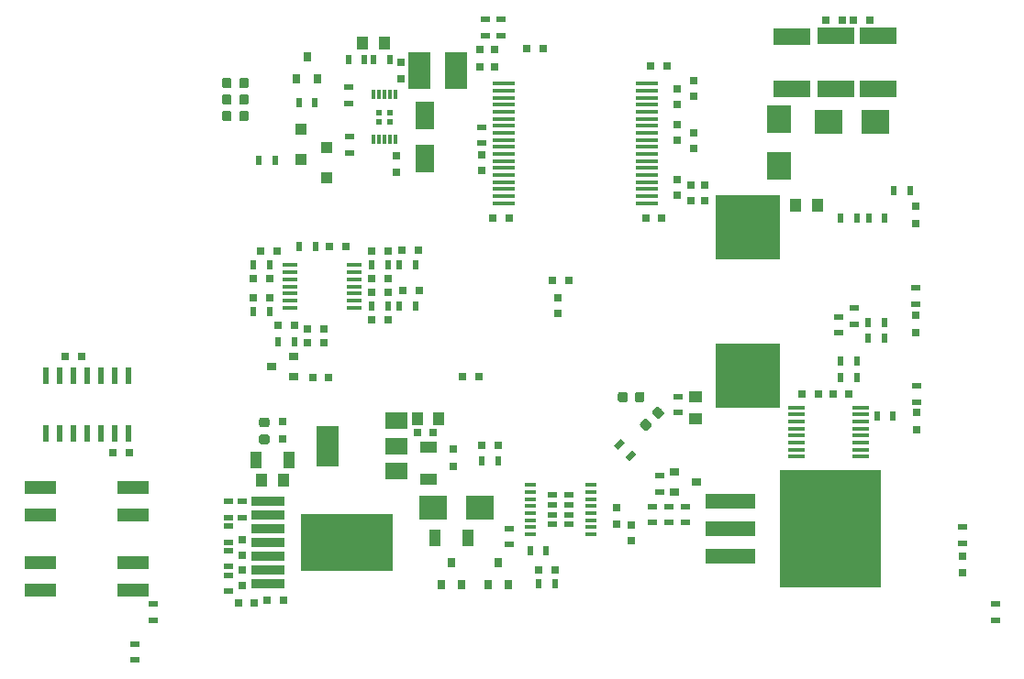
<source format=gtp>
G04 #@! TF.GenerationSoftware,KiCad,Pcbnew,5.0.0-4.fc29*
G04 #@! TF.CreationDate,2019-01-05T16:59:36+01:00*
G04 #@! TF.ProjectId,powerboard,706F776572626F6172642E6B69636164,rev11*
G04 #@! TF.SameCoordinates,Original*
G04 #@! TF.FileFunction,Paste,Top*
G04 #@! TF.FilePolarity,Positive*
%FSLAX46Y46*%
G04 Gerber Fmt 4.6, Leading zero omitted, Abs format (unit mm)*
G04 Created by KiCad (PCBNEW 5.0.0-4.fc29) date Sat Jan  5 16:59:36 2019*
%MOMM*%
%LPD*%
G01*
G04 APERTURE LIST*
%ADD10C,0.100000*%
%ADD11C,0.875000*%
%ADD12R,1.000000X1.250000*%
%ADD13R,0.800000X0.750000*%
%ADD14R,0.750000X0.800000*%
%ADD15R,0.800000X0.800000*%
%ADD16R,0.800000X0.900000*%
%ADD17R,3.500000X1.600000*%
%ADD18R,4.600000X1.390000*%
%ADD19R,9.400000X10.800000*%
%ADD20R,0.900000X0.800000*%
%ADD21R,0.900000X0.500000*%
%ADD22C,0.500000*%
%ADD23R,0.500000X0.900000*%
%ADD24R,3.060000X0.890000*%
%ADD25R,8.540000X5.350000*%
%ADD26R,2.000000X0.450000*%
%ADD27R,1.050000X0.450000*%
%ADD28R,0.882000X0.537000*%
%ADD29R,0.600000X1.500000*%
%ADD30R,0.305000X0.890000*%
%ADD31R,0.564000X0.504000*%
%ADD32R,1.450000X0.450000*%
%ADD33R,1.250000X1.000000*%
%ADD34R,6.000000X6.000000*%
%ADD35R,2.000000X3.400000*%
%ADD36R,2.000000X3.800000*%
%ADD37R,2.000000X1.500000*%
%ADD38R,3.000000X1.200000*%
%ADD39R,1.000000X1.600000*%
%ADD40R,1.600000X1.000000*%
%ADD41R,2.500000X2.300000*%
%ADD42R,2.300000X2.500000*%
%ADD43R,1.500000X0.450000*%
%ADD44R,1.800000X2.500000*%
%ADD45R,1.100000X1.100000*%
G04 APERTURE END LIST*
D10*
G04 #@! TO.C,C124*
G36*
X68794691Y-36483053D02*
X68815926Y-36486203D01*
X68836750Y-36491419D01*
X68856962Y-36498651D01*
X68876368Y-36507830D01*
X68894781Y-36518866D01*
X68912024Y-36531654D01*
X68927930Y-36546070D01*
X68942346Y-36561976D01*
X68955134Y-36579219D01*
X68966170Y-36597632D01*
X68975349Y-36617038D01*
X68982581Y-36637250D01*
X68987797Y-36658074D01*
X68990947Y-36679309D01*
X68992000Y-36700750D01*
X68992000Y-37213250D01*
X68990947Y-37234691D01*
X68987797Y-37255926D01*
X68982581Y-37276750D01*
X68975349Y-37296962D01*
X68966170Y-37316368D01*
X68955134Y-37334781D01*
X68942346Y-37352024D01*
X68927930Y-37367930D01*
X68912024Y-37382346D01*
X68894781Y-37395134D01*
X68876368Y-37406170D01*
X68856962Y-37415349D01*
X68836750Y-37422581D01*
X68815926Y-37427797D01*
X68794691Y-37430947D01*
X68773250Y-37432000D01*
X68335750Y-37432000D01*
X68314309Y-37430947D01*
X68293074Y-37427797D01*
X68272250Y-37422581D01*
X68252038Y-37415349D01*
X68232632Y-37406170D01*
X68214219Y-37395134D01*
X68196976Y-37382346D01*
X68181070Y-37367930D01*
X68166654Y-37352024D01*
X68153866Y-37334781D01*
X68142830Y-37316368D01*
X68133651Y-37296962D01*
X68126419Y-37276750D01*
X68121203Y-37255926D01*
X68118053Y-37234691D01*
X68117000Y-37213250D01*
X68117000Y-36700750D01*
X68118053Y-36679309D01*
X68121203Y-36658074D01*
X68126419Y-36637250D01*
X68133651Y-36617038D01*
X68142830Y-36597632D01*
X68153866Y-36579219D01*
X68166654Y-36561976D01*
X68181070Y-36546070D01*
X68196976Y-36531654D01*
X68214219Y-36518866D01*
X68232632Y-36507830D01*
X68252038Y-36498651D01*
X68272250Y-36491419D01*
X68293074Y-36486203D01*
X68314309Y-36483053D01*
X68335750Y-36482000D01*
X68773250Y-36482000D01*
X68794691Y-36483053D01*
X68794691Y-36483053D01*
G37*
D11*
X68554500Y-36957000D03*
D10*
G36*
X70369691Y-36483053D02*
X70390926Y-36486203D01*
X70411750Y-36491419D01*
X70431962Y-36498651D01*
X70451368Y-36507830D01*
X70469781Y-36518866D01*
X70487024Y-36531654D01*
X70502930Y-36546070D01*
X70517346Y-36561976D01*
X70530134Y-36579219D01*
X70541170Y-36597632D01*
X70550349Y-36617038D01*
X70557581Y-36637250D01*
X70562797Y-36658074D01*
X70565947Y-36679309D01*
X70567000Y-36700750D01*
X70567000Y-37213250D01*
X70565947Y-37234691D01*
X70562797Y-37255926D01*
X70557581Y-37276750D01*
X70550349Y-37296962D01*
X70541170Y-37316368D01*
X70530134Y-37334781D01*
X70517346Y-37352024D01*
X70502930Y-37367930D01*
X70487024Y-37382346D01*
X70469781Y-37395134D01*
X70451368Y-37406170D01*
X70431962Y-37415349D01*
X70411750Y-37422581D01*
X70390926Y-37427797D01*
X70369691Y-37430947D01*
X70348250Y-37432000D01*
X69910750Y-37432000D01*
X69889309Y-37430947D01*
X69868074Y-37427797D01*
X69847250Y-37422581D01*
X69827038Y-37415349D01*
X69807632Y-37406170D01*
X69789219Y-37395134D01*
X69771976Y-37382346D01*
X69756070Y-37367930D01*
X69741654Y-37352024D01*
X69728866Y-37334781D01*
X69717830Y-37316368D01*
X69708651Y-37296962D01*
X69701419Y-37276750D01*
X69696203Y-37255926D01*
X69693053Y-37234691D01*
X69692000Y-37213250D01*
X69692000Y-36700750D01*
X69693053Y-36679309D01*
X69696203Y-36658074D01*
X69701419Y-36637250D01*
X69708651Y-36617038D01*
X69717830Y-36597632D01*
X69728866Y-36579219D01*
X69741654Y-36561976D01*
X69756070Y-36546070D01*
X69771976Y-36531654D01*
X69789219Y-36518866D01*
X69807632Y-36507830D01*
X69827038Y-36498651D01*
X69847250Y-36491419D01*
X69868074Y-36486203D01*
X69889309Y-36483053D01*
X69910750Y-36482000D01*
X70348250Y-36482000D01*
X70369691Y-36483053D01*
X70369691Y-36483053D01*
G37*
D11*
X70129500Y-36957000D03*
G04 #@! TD*
D10*
G04 #@! TO.C,C123*
G36*
X70369691Y-38007053D02*
X70390926Y-38010203D01*
X70411750Y-38015419D01*
X70431962Y-38022651D01*
X70451368Y-38031830D01*
X70469781Y-38042866D01*
X70487024Y-38055654D01*
X70502930Y-38070070D01*
X70517346Y-38085976D01*
X70530134Y-38103219D01*
X70541170Y-38121632D01*
X70550349Y-38141038D01*
X70557581Y-38161250D01*
X70562797Y-38182074D01*
X70565947Y-38203309D01*
X70567000Y-38224750D01*
X70567000Y-38737250D01*
X70565947Y-38758691D01*
X70562797Y-38779926D01*
X70557581Y-38800750D01*
X70550349Y-38820962D01*
X70541170Y-38840368D01*
X70530134Y-38858781D01*
X70517346Y-38876024D01*
X70502930Y-38891930D01*
X70487024Y-38906346D01*
X70469781Y-38919134D01*
X70451368Y-38930170D01*
X70431962Y-38939349D01*
X70411750Y-38946581D01*
X70390926Y-38951797D01*
X70369691Y-38954947D01*
X70348250Y-38956000D01*
X69910750Y-38956000D01*
X69889309Y-38954947D01*
X69868074Y-38951797D01*
X69847250Y-38946581D01*
X69827038Y-38939349D01*
X69807632Y-38930170D01*
X69789219Y-38919134D01*
X69771976Y-38906346D01*
X69756070Y-38891930D01*
X69741654Y-38876024D01*
X69728866Y-38858781D01*
X69717830Y-38840368D01*
X69708651Y-38820962D01*
X69701419Y-38800750D01*
X69696203Y-38779926D01*
X69693053Y-38758691D01*
X69692000Y-38737250D01*
X69692000Y-38224750D01*
X69693053Y-38203309D01*
X69696203Y-38182074D01*
X69701419Y-38161250D01*
X69708651Y-38141038D01*
X69717830Y-38121632D01*
X69728866Y-38103219D01*
X69741654Y-38085976D01*
X69756070Y-38070070D01*
X69771976Y-38055654D01*
X69789219Y-38042866D01*
X69807632Y-38031830D01*
X69827038Y-38022651D01*
X69847250Y-38015419D01*
X69868074Y-38010203D01*
X69889309Y-38007053D01*
X69910750Y-38006000D01*
X70348250Y-38006000D01*
X70369691Y-38007053D01*
X70369691Y-38007053D01*
G37*
D11*
X70129500Y-38481000D03*
D10*
G36*
X68794691Y-38007053D02*
X68815926Y-38010203D01*
X68836750Y-38015419D01*
X68856962Y-38022651D01*
X68876368Y-38031830D01*
X68894781Y-38042866D01*
X68912024Y-38055654D01*
X68927930Y-38070070D01*
X68942346Y-38085976D01*
X68955134Y-38103219D01*
X68966170Y-38121632D01*
X68975349Y-38141038D01*
X68982581Y-38161250D01*
X68987797Y-38182074D01*
X68990947Y-38203309D01*
X68992000Y-38224750D01*
X68992000Y-38737250D01*
X68990947Y-38758691D01*
X68987797Y-38779926D01*
X68982581Y-38800750D01*
X68975349Y-38820962D01*
X68966170Y-38840368D01*
X68955134Y-38858781D01*
X68942346Y-38876024D01*
X68927930Y-38891930D01*
X68912024Y-38906346D01*
X68894781Y-38919134D01*
X68876368Y-38930170D01*
X68856962Y-38939349D01*
X68836750Y-38946581D01*
X68815926Y-38951797D01*
X68794691Y-38954947D01*
X68773250Y-38956000D01*
X68335750Y-38956000D01*
X68314309Y-38954947D01*
X68293074Y-38951797D01*
X68272250Y-38946581D01*
X68252038Y-38939349D01*
X68232632Y-38930170D01*
X68214219Y-38919134D01*
X68196976Y-38906346D01*
X68181070Y-38891930D01*
X68166654Y-38876024D01*
X68153866Y-38858781D01*
X68142830Y-38840368D01*
X68133651Y-38820962D01*
X68126419Y-38800750D01*
X68121203Y-38779926D01*
X68118053Y-38758691D01*
X68117000Y-38737250D01*
X68117000Y-38224750D01*
X68118053Y-38203309D01*
X68121203Y-38182074D01*
X68126419Y-38161250D01*
X68133651Y-38141038D01*
X68142830Y-38121632D01*
X68153866Y-38103219D01*
X68166654Y-38085976D01*
X68181070Y-38070070D01*
X68196976Y-38055654D01*
X68214219Y-38042866D01*
X68232632Y-38031830D01*
X68252038Y-38022651D01*
X68272250Y-38015419D01*
X68293074Y-38010203D01*
X68314309Y-38007053D01*
X68335750Y-38006000D01*
X68773250Y-38006000D01*
X68794691Y-38007053D01*
X68794691Y-38007053D01*
G37*
D11*
X68554500Y-38481000D03*
G04 #@! TD*
D10*
G04 #@! TO.C,C122*
G36*
X68794691Y-39531053D02*
X68815926Y-39534203D01*
X68836750Y-39539419D01*
X68856962Y-39546651D01*
X68876368Y-39555830D01*
X68894781Y-39566866D01*
X68912024Y-39579654D01*
X68927930Y-39594070D01*
X68942346Y-39609976D01*
X68955134Y-39627219D01*
X68966170Y-39645632D01*
X68975349Y-39665038D01*
X68982581Y-39685250D01*
X68987797Y-39706074D01*
X68990947Y-39727309D01*
X68992000Y-39748750D01*
X68992000Y-40261250D01*
X68990947Y-40282691D01*
X68987797Y-40303926D01*
X68982581Y-40324750D01*
X68975349Y-40344962D01*
X68966170Y-40364368D01*
X68955134Y-40382781D01*
X68942346Y-40400024D01*
X68927930Y-40415930D01*
X68912024Y-40430346D01*
X68894781Y-40443134D01*
X68876368Y-40454170D01*
X68856962Y-40463349D01*
X68836750Y-40470581D01*
X68815926Y-40475797D01*
X68794691Y-40478947D01*
X68773250Y-40480000D01*
X68335750Y-40480000D01*
X68314309Y-40478947D01*
X68293074Y-40475797D01*
X68272250Y-40470581D01*
X68252038Y-40463349D01*
X68232632Y-40454170D01*
X68214219Y-40443134D01*
X68196976Y-40430346D01*
X68181070Y-40415930D01*
X68166654Y-40400024D01*
X68153866Y-40382781D01*
X68142830Y-40364368D01*
X68133651Y-40344962D01*
X68126419Y-40324750D01*
X68121203Y-40303926D01*
X68118053Y-40282691D01*
X68117000Y-40261250D01*
X68117000Y-39748750D01*
X68118053Y-39727309D01*
X68121203Y-39706074D01*
X68126419Y-39685250D01*
X68133651Y-39665038D01*
X68142830Y-39645632D01*
X68153866Y-39627219D01*
X68166654Y-39609976D01*
X68181070Y-39594070D01*
X68196976Y-39579654D01*
X68214219Y-39566866D01*
X68232632Y-39555830D01*
X68252038Y-39546651D01*
X68272250Y-39539419D01*
X68293074Y-39534203D01*
X68314309Y-39531053D01*
X68335750Y-39530000D01*
X68773250Y-39530000D01*
X68794691Y-39531053D01*
X68794691Y-39531053D01*
G37*
D11*
X68554500Y-40005000D03*
D10*
G36*
X70369691Y-39531053D02*
X70390926Y-39534203D01*
X70411750Y-39539419D01*
X70431962Y-39546651D01*
X70451368Y-39555830D01*
X70469781Y-39566866D01*
X70487024Y-39579654D01*
X70502930Y-39594070D01*
X70517346Y-39609976D01*
X70530134Y-39627219D01*
X70541170Y-39645632D01*
X70550349Y-39665038D01*
X70557581Y-39685250D01*
X70562797Y-39706074D01*
X70565947Y-39727309D01*
X70567000Y-39748750D01*
X70567000Y-40261250D01*
X70565947Y-40282691D01*
X70562797Y-40303926D01*
X70557581Y-40324750D01*
X70550349Y-40344962D01*
X70541170Y-40364368D01*
X70530134Y-40382781D01*
X70517346Y-40400024D01*
X70502930Y-40415930D01*
X70487024Y-40430346D01*
X70469781Y-40443134D01*
X70451368Y-40454170D01*
X70431962Y-40463349D01*
X70411750Y-40470581D01*
X70390926Y-40475797D01*
X70369691Y-40478947D01*
X70348250Y-40480000D01*
X69910750Y-40480000D01*
X69889309Y-40478947D01*
X69868074Y-40475797D01*
X69847250Y-40470581D01*
X69827038Y-40463349D01*
X69807632Y-40454170D01*
X69789219Y-40443134D01*
X69771976Y-40430346D01*
X69756070Y-40415930D01*
X69741654Y-40400024D01*
X69728866Y-40382781D01*
X69717830Y-40364368D01*
X69708651Y-40344962D01*
X69701419Y-40324750D01*
X69696203Y-40303926D01*
X69693053Y-40282691D01*
X69692000Y-40261250D01*
X69692000Y-39748750D01*
X69693053Y-39727309D01*
X69696203Y-39706074D01*
X69701419Y-39685250D01*
X69708651Y-39665038D01*
X69717830Y-39645632D01*
X69728866Y-39627219D01*
X69741654Y-39609976D01*
X69756070Y-39594070D01*
X69771976Y-39579654D01*
X69789219Y-39566866D01*
X69807632Y-39555830D01*
X69827038Y-39546651D01*
X69847250Y-39539419D01*
X69868074Y-39534203D01*
X69889309Y-39531053D01*
X69910750Y-39530000D01*
X70348250Y-39530000D01*
X70369691Y-39531053D01*
X70369691Y-39531053D01*
G37*
D11*
X70129500Y-40005000D03*
G04 #@! TD*
D10*
G04 #@! TO.C,R123*
G36*
X105319191Y-65502553D02*
X105340426Y-65505703D01*
X105361250Y-65510919D01*
X105381462Y-65518151D01*
X105400868Y-65527330D01*
X105419281Y-65538366D01*
X105436524Y-65551154D01*
X105452430Y-65565570D01*
X105466846Y-65581476D01*
X105479634Y-65598719D01*
X105490670Y-65617132D01*
X105499849Y-65636538D01*
X105507081Y-65656750D01*
X105512297Y-65677574D01*
X105515447Y-65698809D01*
X105516500Y-65720250D01*
X105516500Y-66232750D01*
X105515447Y-66254191D01*
X105512297Y-66275426D01*
X105507081Y-66296250D01*
X105499849Y-66316462D01*
X105490670Y-66335868D01*
X105479634Y-66354281D01*
X105466846Y-66371524D01*
X105452430Y-66387430D01*
X105436524Y-66401846D01*
X105419281Y-66414634D01*
X105400868Y-66425670D01*
X105381462Y-66434849D01*
X105361250Y-66442081D01*
X105340426Y-66447297D01*
X105319191Y-66450447D01*
X105297750Y-66451500D01*
X104860250Y-66451500D01*
X104838809Y-66450447D01*
X104817574Y-66447297D01*
X104796750Y-66442081D01*
X104776538Y-66434849D01*
X104757132Y-66425670D01*
X104738719Y-66414634D01*
X104721476Y-66401846D01*
X104705570Y-66387430D01*
X104691154Y-66371524D01*
X104678366Y-66354281D01*
X104667330Y-66335868D01*
X104658151Y-66316462D01*
X104650919Y-66296250D01*
X104645703Y-66275426D01*
X104642553Y-66254191D01*
X104641500Y-66232750D01*
X104641500Y-65720250D01*
X104642553Y-65698809D01*
X104645703Y-65677574D01*
X104650919Y-65656750D01*
X104658151Y-65636538D01*
X104667330Y-65617132D01*
X104678366Y-65598719D01*
X104691154Y-65581476D01*
X104705570Y-65565570D01*
X104721476Y-65551154D01*
X104738719Y-65538366D01*
X104757132Y-65527330D01*
X104776538Y-65518151D01*
X104796750Y-65510919D01*
X104817574Y-65505703D01*
X104838809Y-65502553D01*
X104860250Y-65501500D01*
X105297750Y-65501500D01*
X105319191Y-65502553D01*
X105319191Y-65502553D01*
G37*
D11*
X105079000Y-65976500D03*
D10*
G36*
X106894191Y-65502553D02*
X106915426Y-65505703D01*
X106936250Y-65510919D01*
X106956462Y-65518151D01*
X106975868Y-65527330D01*
X106994281Y-65538366D01*
X107011524Y-65551154D01*
X107027430Y-65565570D01*
X107041846Y-65581476D01*
X107054634Y-65598719D01*
X107065670Y-65617132D01*
X107074849Y-65636538D01*
X107082081Y-65656750D01*
X107087297Y-65677574D01*
X107090447Y-65698809D01*
X107091500Y-65720250D01*
X107091500Y-66232750D01*
X107090447Y-66254191D01*
X107087297Y-66275426D01*
X107082081Y-66296250D01*
X107074849Y-66316462D01*
X107065670Y-66335868D01*
X107054634Y-66354281D01*
X107041846Y-66371524D01*
X107027430Y-66387430D01*
X107011524Y-66401846D01*
X106994281Y-66414634D01*
X106975868Y-66425670D01*
X106956462Y-66434849D01*
X106936250Y-66442081D01*
X106915426Y-66447297D01*
X106894191Y-66450447D01*
X106872750Y-66451500D01*
X106435250Y-66451500D01*
X106413809Y-66450447D01*
X106392574Y-66447297D01*
X106371750Y-66442081D01*
X106351538Y-66434849D01*
X106332132Y-66425670D01*
X106313719Y-66414634D01*
X106296476Y-66401846D01*
X106280570Y-66387430D01*
X106266154Y-66371524D01*
X106253366Y-66354281D01*
X106242330Y-66335868D01*
X106233151Y-66316462D01*
X106225919Y-66296250D01*
X106220703Y-66275426D01*
X106217553Y-66254191D01*
X106216500Y-66232750D01*
X106216500Y-65720250D01*
X106217553Y-65698809D01*
X106220703Y-65677574D01*
X106225919Y-65656750D01*
X106233151Y-65636538D01*
X106242330Y-65617132D01*
X106253366Y-65598719D01*
X106266154Y-65581476D01*
X106280570Y-65565570D01*
X106296476Y-65551154D01*
X106313719Y-65538366D01*
X106332132Y-65527330D01*
X106351538Y-65518151D01*
X106371750Y-65510919D01*
X106392574Y-65505703D01*
X106413809Y-65502553D01*
X106435250Y-65501500D01*
X106872750Y-65501500D01*
X106894191Y-65502553D01*
X106894191Y-65502553D01*
G37*
D11*
X106654000Y-65976500D03*
G04 #@! TD*
D10*
G04 #@! TO.C,R125*
G36*
X72286691Y-67876053D02*
X72307926Y-67879203D01*
X72328750Y-67884419D01*
X72348962Y-67891651D01*
X72368368Y-67900830D01*
X72386781Y-67911866D01*
X72404024Y-67924654D01*
X72419930Y-67939070D01*
X72434346Y-67954976D01*
X72447134Y-67972219D01*
X72458170Y-67990632D01*
X72467349Y-68010038D01*
X72474581Y-68030250D01*
X72479797Y-68051074D01*
X72482947Y-68072309D01*
X72484000Y-68093750D01*
X72484000Y-68531250D01*
X72482947Y-68552691D01*
X72479797Y-68573926D01*
X72474581Y-68594750D01*
X72467349Y-68614962D01*
X72458170Y-68634368D01*
X72447134Y-68652781D01*
X72434346Y-68670024D01*
X72419930Y-68685930D01*
X72404024Y-68700346D01*
X72386781Y-68713134D01*
X72368368Y-68724170D01*
X72348962Y-68733349D01*
X72328750Y-68740581D01*
X72307926Y-68745797D01*
X72286691Y-68748947D01*
X72265250Y-68750000D01*
X71752750Y-68750000D01*
X71731309Y-68748947D01*
X71710074Y-68745797D01*
X71689250Y-68740581D01*
X71669038Y-68733349D01*
X71649632Y-68724170D01*
X71631219Y-68713134D01*
X71613976Y-68700346D01*
X71598070Y-68685930D01*
X71583654Y-68670024D01*
X71570866Y-68652781D01*
X71559830Y-68634368D01*
X71550651Y-68614962D01*
X71543419Y-68594750D01*
X71538203Y-68573926D01*
X71535053Y-68552691D01*
X71534000Y-68531250D01*
X71534000Y-68093750D01*
X71535053Y-68072309D01*
X71538203Y-68051074D01*
X71543419Y-68030250D01*
X71550651Y-68010038D01*
X71559830Y-67990632D01*
X71570866Y-67972219D01*
X71583654Y-67954976D01*
X71598070Y-67939070D01*
X71613976Y-67924654D01*
X71631219Y-67911866D01*
X71649632Y-67900830D01*
X71669038Y-67891651D01*
X71689250Y-67884419D01*
X71710074Y-67879203D01*
X71731309Y-67876053D01*
X71752750Y-67875000D01*
X72265250Y-67875000D01*
X72286691Y-67876053D01*
X72286691Y-67876053D01*
G37*
D11*
X72009000Y-68312500D03*
D10*
G36*
X72286691Y-69451053D02*
X72307926Y-69454203D01*
X72328750Y-69459419D01*
X72348962Y-69466651D01*
X72368368Y-69475830D01*
X72386781Y-69486866D01*
X72404024Y-69499654D01*
X72419930Y-69514070D01*
X72434346Y-69529976D01*
X72447134Y-69547219D01*
X72458170Y-69565632D01*
X72467349Y-69585038D01*
X72474581Y-69605250D01*
X72479797Y-69626074D01*
X72482947Y-69647309D01*
X72484000Y-69668750D01*
X72484000Y-70106250D01*
X72482947Y-70127691D01*
X72479797Y-70148926D01*
X72474581Y-70169750D01*
X72467349Y-70189962D01*
X72458170Y-70209368D01*
X72447134Y-70227781D01*
X72434346Y-70245024D01*
X72419930Y-70260930D01*
X72404024Y-70275346D01*
X72386781Y-70288134D01*
X72368368Y-70299170D01*
X72348962Y-70308349D01*
X72328750Y-70315581D01*
X72307926Y-70320797D01*
X72286691Y-70323947D01*
X72265250Y-70325000D01*
X71752750Y-70325000D01*
X71731309Y-70323947D01*
X71710074Y-70320797D01*
X71689250Y-70315581D01*
X71669038Y-70308349D01*
X71649632Y-70299170D01*
X71631219Y-70288134D01*
X71613976Y-70275346D01*
X71598070Y-70260930D01*
X71583654Y-70245024D01*
X71570866Y-70227781D01*
X71559830Y-70209368D01*
X71550651Y-70189962D01*
X71543419Y-70169750D01*
X71538203Y-70148926D01*
X71535053Y-70127691D01*
X71534000Y-70106250D01*
X71534000Y-69668750D01*
X71535053Y-69647309D01*
X71538203Y-69626074D01*
X71543419Y-69605250D01*
X71550651Y-69585038D01*
X71559830Y-69565632D01*
X71570866Y-69547219D01*
X71583654Y-69529976D01*
X71598070Y-69514070D01*
X71613976Y-69499654D01*
X71631219Y-69486866D01*
X71649632Y-69475830D01*
X71669038Y-69466651D01*
X71689250Y-69459419D01*
X71710074Y-69454203D01*
X71731309Y-69451053D01*
X71752750Y-69450000D01*
X72265250Y-69450000D01*
X72286691Y-69451053D01*
X72286691Y-69451053D01*
G37*
D11*
X72009000Y-69887500D03*
G04 #@! TD*
D10*
G04 #@! TO.C,R124*
G36*
X107219907Y-67989444D02*
X107241142Y-67992594D01*
X107261966Y-67997810D01*
X107282178Y-68005042D01*
X107301584Y-68014221D01*
X107319997Y-68025257D01*
X107337240Y-68038045D01*
X107353146Y-68052461D01*
X107715539Y-68414854D01*
X107729955Y-68430760D01*
X107742743Y-68448003D01*
X107753779Y-68466416D01*
X107762958Y-68485822D01*
X107770190Y-68506034D01*
X107775406Y-68526858D01*
X107778556Y-68548093D01*
X107779609Y-68569534D01*
X107778556Y-68590975D01*
X107775406Y-68612210D01*
X107770190Y-68633034D01*
X107762958Y-68653246D01*
X107753779Y-68672652D01*
X107742743Y-68691065D01*
X107729955Y-68708308D01*
X107715539Y-68724214D01*
X107406180Y-69033573D01*
X107390274Y-69047989D01*
X107373031Y-69060777D01*
X107354618Y-69071813D01*
X107335212Y-69080992D01*
X107315000Y-69088224D01*
X107294176Y-69093440D01*
X107272941Y-69096590D01*
X107251500Y-69097643D01*
X107230059Y-69096590D01*
X107208824Y-69093440D01*
X107188000Y-69088224D01*
X107167788Y-69080992D01*
X107148382Y-69071813D01*
X107129969Y-69060777D01*
X107112726Y-69047989D01*
X107096820Y-69033573D01*
X106734427Y-68671180D01*
X106720011Y-68655274D01*
X106707223Y-68638031D01*
X106696187Y-68619618D01*
X106687008Y-68600212D01*
X106679776Y-68580000D01*
X106674560Y-68559176D01*
X106671410Y-68537941D01*
X106670357Y-68516500D01*
X106671410Y-68495059D01*
X106674560Y-68473824D01*
X106679776Y-68453000D01*
X106687008Y-68432788D01*
X106696187Y-68413382D01*
X106707223Y-68394969D01*
X106720011Y-68377726D01*
X106734427Y-68361820D01*
X107043786Y-68052461D01*
X107059692Y-68038045D01*
X107076935Y-68025257D01*
X107095348Y-68014221D01*
X107114754Y-68005042D01*
X107134966Y-67997810D01*
X107155790Y-67992594D01*
X107177025Y-67989444D01*
X107198466Y-67988391D01*
X107219907Y-67989444D01*
X107219907Y-67989444D01*
G37*
D11*
X107224983Y-68543017D03*
D10*
G36*
X108333601Y-66875750D02*
X108354836Y-66878900D01*
X108375660Y-66884116D01*
X108395872Y-66891348D01*
X108415278Y-66900527D01*
X108433691Y-66911563D01*
X108450934Y-66924351D01*
X108466840Y-66938767D01*
X108829233Y-67301160D01*
X108843649Y-67317066D01*
X108856437Y-67334309D01*
X108867473Y-67352722D01*
X108876652Y-67372128D01*
X108883884Y-67392340D01*
X108889100Y-67413164D01*
X108892250Y-67434399D01*
X108893303Y-67455840D01*
X108892250Y-67477281D01*
X108889100Y-67498516D01*
X108883884Y-67519340D01*
X108876652Y-67539552D01*
X108867473Y-67558958D01*
X108856437Y-67577371D01*
X108843649Y-67594614D01*
X108829233Y-67610520D01*
X108519874Y-67919879D01*
X108503968Y-67934295D01*
X108486725Y-67947083D01*
X108468312Y-67958119D01*
X108448906Y-67967298D01*
X108428694Y-67974530D01*
X108407870Y-67979746D01*
X108386635Y-67982896D01*
X108365194Y-67983949D01*
X108343753Y-67982896D01*
X108322518Y-67979746D01*
X108301694Y-67974530D01*
X108281482Y-67967298D01*
X108262076Y-67958119D01*
X108243663Y-67947083D01*
X108226420Y-67934295D01*
X108210514Y-67919879D01*
X107848121Y-67557486D01*
X107833705Y-67541580D01*
X107820917Y-67524337D01*
X107809881Y-67505924D01*
X107800702Y-67486518D01*
X107793470Y-67466306D01*
X107788254Y-67445482D01*
X107785104Y-67424247D01*
X107784051Y-67402806D01*
X107785104Y-67381365D01*
X107788254Y-67360130D01*
X107793470Y-67339306D01*
X107800702Y-67319094D01*
X107809881Y-67299688D01*
X107820917Y-67281275D01*
X107833705Y-67264032D01*
X107848121Y-67248126D01*
X108157480Y-66938767D01*
X108173386Y-66924351D01*
X108190629Y-66911563D01*
X108209042Y-66900527D01*
X108228448Y-66891348D01*
X108248660Y-66884116D01*
X108269484Y-66878900D01*
X108290719Y-66875750D01*
X108312160Y-66874697D01*
X108333601Y-66875750D01*
X108333601Y-66875750D01*
G37*
D11*
X108338677Y-67429323D03*
G04 #@! TD*
D12*
G04 #@! TO.C,C104*
X86106000Y-67945000D03*
X88106000Y-67945000D03*
G04 #@! TD*
D13*
G04 #@! TO.C,C105*
X86106000Y-69215000D03*
X87606000Y-69215000D03*
G04 #@! TD*
D12*
G04 #@! TO.C,C106*
X121047000Y-48260000D03*
X123047000Y-48260000D03*
G04 #@! TD*
G04 #@! TO.C,C202*
X71771000Y-73660000D03*
X73771000Y-73660000D03*
G04 #@! TD*
D14*
G04 #@! TO.C,C203*
X69977000Y-80621000D03*
X69977000Y-79121000D03*
G04 #@! TD*
G04 #@! TO.C,C204*
X69977000Y-83415000D03*
X69977000Y-81915000D03*
G04 #@! TD*
D13*
G04 #@! TO.C,C205*
X72275000Y-84709000D03*
X73775000Y-84709000D03*
G04 #@! TD*
G04 #@! TO.C,C303*
X98576000Y-55181500D03*
X100076000Y-55181500D03*
G04 #@! TD*
G04 #@! TO.C,C304*
X94603000Y-49403000D03*
X93103000Y-49403000D03*
G04 #@! TD*
D14*
G04 #@! TO.C,C305*
X92075000Y-43573000D03*
X92075000Y-45073000D03*
G04 #@! TD*
G04 #@! TO.C,C307*
X111379000Y-46367000D03*
X111379000Y-47867000D03*
G04 #@! TD*
G04 #@! TO.C,C308*
X110109000Y-38977000D03*
X110109000Y-37477000D03*
G04 #@! TD*
G04 #@! TO.C,C309*
X110109000Y-40779000D03*
X110109000Y-42279000D03*
G04 #@! TD*
G04 #@! TO.C,C310*
X110109000Y-45859000D03*
X110109000Y-47359000D03*
G04 #@! TD*
D13*
G04 #@! TO.C,C312*
X96226500Y-33782000D03*
X97726500Y-33782000D03*
G04 #@! TD*
D14*
G04 #@! TO.C,C313*
X112649000Y-46367000D03*
X112649000Y-47867000D03*
G04 #@! TD*
G04 #@! TO.C,C314*
X111633000Y-41541000D03*
X111633000Y-43041000D03*
G04 #@! TD*
G04 #@! TO.C,C315*
X111633000Y-38215000D03*
X111633000Y-36715000D03*
G04 #@! TD*
D13*
G04 #@! TO.C,C316*
X126377000Y-31115000D03*
X127877000Y-31115000D03*
G04 #@! TD*
G04 #@! TO.C,C317*
X123837000Y-31115000D03*
X125337000Y-31115000D03*
G04 #@! TD*
G04 #@! TO.C,C501*
X92075000Y-70421500D03*
X93575000Y-70421500D03*
G04 #@! TD*
G04 #@! TO.C,C502*
X97306000Y-81915000D03*
X98806000Y-81915000D03*
G04 #@! TD*
D14*
G04 #@! TO.C,C504*
X104521000Y-77700000D03*
X104521000Y-76200000D03*
G04 #@! TD*
D13*
G04 #@! TO.C,C701*
X55118000Y-62230000D03*
X53618000Y-62230000D03*
G04 #@! TD*
G04 #@! TO.C,C702*
X59551000Y-71120000D03*
X58051000Y-71120000D03*
G04 #@! TD*
G04 #@! TO.C,C902*
X76466000Y-64135000D03*
X77966000Y-64135000D03*
G04 #@! TD*
D14*
G04 #@! TO.C,C1001*
X84201000Y-45188000D03*
X84201000Y-43688000D03*
G04 #@! TD*
G04 #@! TO.C,C1002*
X84582000Y-36576000D03*
X84582000Y-35076000D03*
G04 #@! TD*
D13*
G04 #@! TO.C,C1109*
X81927000Y-56261000D03*
X83427000Y-56261000D03*
G04 #@! TD*
G04 #@! TO.C,C1110*
X81927000Y-54991000D03*
X83427000Y-54991000D03*
G04 #@! TD*
G04 #@! TO.C,C1111*
X72505000Y-54991000D03*
X71005000Y-54991000D03*
G04 #@! TD*
G04 #@! TO.C,C1112*
X72505000Y-56769000D03*
X71005000Y-56769000D03*
G04 #@! TD*
G04 #@! TO.C,C1113*
X81927000Y-58801000D03*
X83427000Y-58801000D03*
G04 #@! TD*
G04 #@! TO.C,C1114*
X81927000Y-52451000D03*
X83427000Y-52451000D03*
G04 #@! TD*
G04 #@! TO.C,C1115*
X73152000Y-52451000D03*
X71652000Y-52451000D03*
G04 #@! TD*
G04 #@! TO.C,C1116*
X74791000Y-59309000D03*
X73291000Y-59309000D03*
G04 #@! TD*
D15*
G04 #@! TO.C,D301*
X93218000Y-33871000D03*
X93218000Y-35471000D03*
G04 #@! TD*
G04 #@! TO.C,D302*
X91884500Y-33871000D03*
X91884500Y-35471000D03*
G04 #@! TD*
D16*
G04 #@! TO.C,D701*
X92649000Y-83280000D03*
X94549000Y-83280000D03*
X93599000Y-81280000D03*
G04 #@! TD*
G04 #@! TO.C,D702*
X88331000Y-83312000D03*
X90231000Y-83312000D03*
X89281000Y-81312000D03*
G04 #@! TD*
D17*
G04 #@! TO.C,L301*
X120713500Y-37528500D03*
X120713500Y-32648500D03*
G04 #@! TD*
G04 #@! TO.C,L302*
X124714000Y-37492000D03*
X124714000Y-32612000D03*
G04 #@! TD*
G04 #@! TO.C,L303*
X128651000Y-37492000D03*
X128651000Y-32612000D03*
G04 #@! TD*
D18*
G04 #@! TO.C,Q101*
X115046000Y-78105000D03*
D19*
X124206000Y-78105000D03*
D18*
X115046000Y-80645000D03*
X115046000Y-75565000D03*
G04 #@! TD*
D20*
G04 #@! TO.C,Q102*
X109871000Y-72900500D03*
X109871000Y-74800500D03*
X111871000Y-73850500D03*
G04 #@! TD*
D16*
G04 #@! TO.C,Q104*
X74996000Y-36560000D03*
X76896000Y-36560000D03*
X75946000Y-34560000D03*
G04 #@! TD*
D21*
G04 #@! TO.C,R101*
X110871000Y-77585000D03*
X110871000Y-76085000D03*
G04 #@! TD*
D22*
G04 #@! TO.C,R102*
X105813330Y-71396330D03*
D10*
G36*
X106308305Y-71254909D02*
X105671909Y-71891305D01*
X105318355Y-71537751D01*
X105954751Y-70901355D01*
X106308305Y-71254909D01*
X106308305Y-71254909D01*
G37*
D22*
X104752670Y-70335670D03*
D10*
G36*
X105247645Y-70194249D02*
X104611249Y-70830645D01*
X104257695Y-70477091D01*
X104894091Y-69840695D01*
X105247645Y-70194249D01*
X105247645Y-70194249D01*
G37*
G04 #@! TD*
D21*
G04 #@! TO.C,R103*
X108458000Y-73227500D03*
X108458000Y-74727500D03*
G04 #@! TD*
G04 #@! TO.C,R104*
X109347000Y-77585000D03*
X109347000Y-76085000D03*
G04 #@! TD*
G04 #@! TO.C,R105*
X107823000Y-76085000D03*
X107823000Y-77585000D03*
G04 #@! TD*
D23*
G04 #@! TO.C,R106*
X129210500Y-60515500D03*
X127710500Y-60515500D03*
G04 #@! TD*
D21*
G04 #@! TO.C,R107*
X125031500Y-60047000D03*
X125031500Y-58547000D03*
G04 #@! TD*
D23*
G04 #@! TO.C,R108*
X129210500Y-59055000D03*
X127710500Y-59055000D03*
G04 #@! TD*
D21*
G04 #@! TO.C,R109*
X126428500Y-59233500D03*
X126428500Y-57733500D03*
G04 #@! TD*
D23*
G04 #@! TO.C,R110*
X72987600Y-44145200D03*
X71487600Y-44145200D03*
G04 #@! TD*
G04 #@! TO.C,R112*
X76696000Y-38735000D03*
X75196000Y-38735000D03*
G04 #@! TD*
D21*
G04 #@! TO.C,R201*
X68707000Y-75589000D03*
X68707000Y-77089000D03*
G04 #@! TD*
G04 #@! TO.C,R202*
X68707000Y-77875000D03*
X68707000Y-79375000D03*
G04 #@! TD*
G04 #@! TO.C,R203*
X69977000Y-77089000D03*
X69977000Y-75589000D03*
G04 #@! TD*
G04 #@! TO.C,R204*
X68707000Y-83923000D03*
X68707000Y-82423000D03*
G04 #@! TD*
G04 #@! TO.C,R205*
X68707000Y-81637000D03*
X68707000Y-80137000D03*
G04 #@! TD*
G04 #@! TO.C,R301*
X93853000Y-32563500D03*
X93853000Y-31063500D03*
G04 #@! TD*
G04 #@! TO.C,R302*
X92392500Y-32563500D03*
X92392500Y-31063500D03*
G04 #@! TD*
G04 #@! TO.C,R303*
X92075000Y-41033000D03*
X92075000Y-42533000D03*
G04 #@! TD*
D23*
G04 #@! TO.C,R504*
X98806000Y-83185000D03*
X97306000Y-83185000D03*
G04 #@! TD*
D21*
G04 #@! TO.C,R505*
X94615000Y-79605000D03*
X94615000Y-78105000D03*
G04 #@! TD*
D23*
G04 #@! TO.C,R506*
X96520000Y-80137000D03*
X98020000Y-80137000D03*
G04 #@! TD*
G04 #@! TO.C,R801*
X126670500Y-62674500D03*
X125170500Y-62674500D03*
G04 #@! TD*
G04 #@! TO.C,R802*
X126682500Y-64198500D03*
X125182500Y-64198500D03*
G04 #@! TD*
G04 #@! TO.C,R803*
X130036000Y-67691000D03*
X128536000Y-67691000D03*
G04 #@! TD*
D21*
G04 #@! TO.C,R1001*
X79883000Y-43410000D03*
X79883000Y-41910000D03*
G04 #@! TD*
D23*
G04 #@! TO.C,R1002*
X79756000Y-34798000D03*
X81256000Y-34798000D03*
G04 #@! TD*
D21*
G04 #@! TO.C,R1003*
X79756000Y-37338000D03*
X79756000Y-38838000D03*
G04 #@! TD*
D23*
G04 #@! TO.C,R1004*
X83566000Y-34798000D03*
X82066000Y-34798000D03*
G04 #@! TD*
G04 #@! TO.C,R1109*
X84467000Y-57531000D03*
X85967000Y-57531000D03*
G04 #@! TD*
G04 #@! TO.C,R1110*
X84467000Y-53721000D03*
X85967000Y-53721000D03*
G04 #@! TD*
G04 #@! TO.C,R1111*
X75208000Y-52070000D03*
X76708000Y-52070000D03*
G04 #@! TD*
G04 #@! TO.C,R1112*
X73291000Y-60833000D03*
X74791000Y-60833000D03*
G04 #@! TD*
G04 #@! TO.C,R1113*
X81927000Y-57531000D03*
X83427000Y-57531000D03*
G04 #@! TD*
G04 #@! TO.C,R1114*
X81927000Y-53721000D03*
X83427000Y-53721000D03*
G04 #@! TD*
G04 #@! TO.C,R1115*
X72505000Y-53721000D03*
X71005000Y-53721000D03*
G04 #@! TD*
G04 #@! TO.C,R1116*
X72505000Y-58039000D03*
X71005000Y-58039000D03*
G04 #@! TD*
D24*
G04 #@! TO.C,U201*
X72324000Y-75565000D03*
X72324000Y-76835000D03*
X72324000Y-78105000D03*
X72324000Y-79375000D03*
X72324000Y-80645000D03*
X72324000Y-83185000D03*
X72324000Y-81915000D03*
D25*
X79629000Y-79375000D03*
G04 #@! TD*
D26*
G04 #@! TO.C,U302*
X94111000Y-37020000D03*
X107311000Y-37020000D03*
X94111000Y-37670000D03*
X94111000Y-38320000D03*
X94111000Y-38970000D03*
X94111000Y-39620000D03*
X94111000Y-40270000D03*
X94111000Y-40920000D03*
X94111000Y-41570000D03*
X94111000Y-42220000D03*
X94111000Y-42870000D03*
X94111000Y-43520000D03*
X94111000Y-44170000D03*
X94111000Y-44820000D03*
X94111000Y-45470000D03*
X94111000Y-46120000D03*
X94111000Y-46770000D03*
X94111000Y-47420000D03*
X94111000Y-48070000D03*
X107311000Y-48070000D03*
X107311000Y-47420000D03*
X107311000Y-46770000D03*
X107311000Y-46120000D03*
X107311000Y-45470000D03*
X107311000Y-44820000D03*
X107311000Y-44170000D03*
X107311000Y-43520000D03*
X107311000Y-42870000D03*
X107311000Y-42220000D03*
X107311000Y-41570000D03*
X107311000Y-40920000D03*
X107311000Y-40270000D03*
X107311000Y-39620000D03*
X107311000Y-38970000D03*
X107311000Y-38320000D03*
X107311000Y-37670000D03*
G04 #@! TD*
D27*
G04 #@! TO.C,U501*
X96566000Y-74112500D03*
X96566000Y-74762500D03*
X96566000Y-75412500D03*
X96566000Y-76062500D03*
X96566000Y-76712500D03*
X96566000Y-77362500D03*
X96566000Y-78012500D03*
X96566000Y-78662500D03*
X102116000Y-78662500D03*
X102116000Y-78012500D03*
X102116000Y-77362500D03*
X102116000Y-76712500D03*
X102116000Y-76062500D03*
X102116000Y-75412500D03*
X102116000Y-74762500D03*
X102116000Y-74112500D03*
D28*
X100076000Y-77730000D03*
X100076000Y-76835000D03*
X100076000Y-75940000D03*
X100076000Y-75045000D03*
X98606000Y-77730000D03*
X98606000Y-76835000D03*
X98606000Y-75940000D03*
X98606000Y-75045000D03*
G04 #@! TD*
D29*
G04 #@! TO.C,U701*
X59436000Y-63975000D03*
X58166000Y-63975000D03*
X56896000Y-63975000D03*
X55626000Y-63975000D03*
X54356000Y-63975000D03*
X53086000Y-63975000D03*
X51816000Y-63975000D03*
X51816000Y-69375000D03*
X53086000Y-69375000D03*
X54356000Y-69375000D03*
X55626000Y-69375000D03*
X56896000Y-69375000D03*
X58166000Y-69375000D03*
X59436000Y-69375000D03*
G04 #@! TD*
D20*
G04 #@! TO.C,U902*
X74676000Y-64130000D03*
X74676000Y-62230000D03*
X72676000Y-63180000D03*
G04 #@! TD*
D30*
G04 #@! TO.C,U1001*
X82096000Y-42198000D03*
X82596000Y-42198000D03*
X83096000Y-42198000D03*
X83596000Y-42198000D03*
X84096000Y-42198000D03*
X84096000Y-37988000D03*
X83596000Y-37988000D03*
X83096000Y-37988000D03*
X82596000Y-37988000D03*
X82096000Y-37988000D03*
D31*
X83566000Y-39673000D03*
X82626000Y-39673000D03*
X83566000Y-40513000D03*
X82626000Y-40513000D03*
G04 #@! TD*
D32*
G04 #@! TO.C,U1102*
X80293000Y-57703000D03*
X80293000Y-57053000D03*
X80293000Y-56403000D03*
X80293000Y-55753000D03*
X80293000Y-55103000D03*
X80293000Y-54453000D03*
X80293000Y-53803000D03*
X74393000Y-53803000D03*
X74393000Y-54453000D03*
X74393000Y-55103000D03*
X74393000Y-55753000D03*
X74393000Y-56403000D03*
X74393000Y-57053000D03*
X74393000Y-57703000D03*
G04 #@! TD*
D33*
G04 #@! TO.C,C103*
X111823500Y-65992500D03*
X111823500Y-67992500D03*
G04 #@! TD*
D34*
G04 #@! TO.C,L101*
X116586000Y-64000000D03*
X116586000Y-50300000D03*
G04 #@! TD*
D35*
G04 #@! TO.C,L1001*
X86296500Y-35814000D03*
X89696500Y-35814000D03*
G04 #@! TD*
D23*
G04 #@! TO.C,R113*
X129274000Y-49466500D03*
X127774000Y-49466500D03*
G04 #@! TD*
G04 #@! TO.C,R114*
X126682500Y-49466500D03*
X125182500Y-49466500D03*
G04 #@! TD*
D36*
G04 #@! TO.C,U101*
X77876000Y-70485000D03*
D37*
X84176000Y-70485000D03*
X84176000Y-68185000D03*
X84176000Y-72785000D03*
G04 #@! TD*
D21*
G04 #@! TO.C,R115*
X60071000Y-90285000D03*
X60071000Y-88785000D03*
G04 #@! TD*
G04 #@! TO.C,R117*
X139446000Y-86602000D03*
X139446000Y-85102000D03*
G04 #@! TD*
D38*
G04 #@! TO.C,FL701*
X59876000Y-83820000D03*
X59876000Y-81280000D03*
X51376000Y-81280000D03*
X51376000Y-83820000D03*
G04 #@! TD*
G04 #@! TO.C,FL702*
X59876000Y-76835000D03*
X59876000Y-74295000D03*
X51376000Y-74295000D03*
X51376000Y-76835000D03*
G04 #@! TD*
D21*
G04 #@! TO.C,R608*
X61722000Y-85114000D03*
X61722000Y-86614000D03*
G04 #@! TD*
D13*
G04 #@! TO.C,C110*
X86221000Y-52387500D03*
X84721000Y-52387500D03*
G04 #@! TD*
G04 #@! TO.C,C111*
X78002000Y-52070000D03*
X79502000Y-52070000D03*
G04 #@! TD*
G04 #@! TO.C,C112*
X76009500Y-60960000D03*
X77509500Y-60960000D03*
G04 #@! TD*
G04 #@! TO.C,C113*
X86284500Y-56134000D03*
X84784500Y-56134000D03*
G04 #@! TD*
D14*
G04 #@! TO.C,C115*
X99060000Y-58281000D03*
X99060000Y-56781000D03*
G04 #@! TD*
D13*
G04 #@! TO.C,C116*
X91809000Y-64071500D03*
X90309000Y-64071500D03*
G04 #@! TD*
D15*
G04 #@! TO.C,D101*
X73660000Y-68250000D03*
X73660000Y-69850000D03*
G04 #@! TD*
G04 #@! TO.C,D102*
X89408000Y-70790000D03*
X89408000Y-72390000D03*
G04 #@! TD*
G04 #@! TO.C,D103*
X136398000Y-80645000D03*
X136398000Y-82245000D03*
G04 #@! TD*
G04 #@! TO.C,D801*
X132080000Y-48311000D03*
X132080000Y-49911000D03*
G04 #@! TD*
G04 #@! TO.C,D802*
X132080000Y-58420000D03*
X132080000Y-60020000D03*
G04 #@! TD*
G04 #@! TO.C,D803*
X132207000Y-67361000D03*
X132207000Y-68961000D03*
G04 #@! TD*
D21*
G04 #@! TO.C,R127*
X136398000Y-79502000D03*
X136398000Y-78002000D03*
G04 #@! TD*
D23*
G04 #@! TO.C,R807*
X131572000Y-46863000D03*
X130072000Y-46863000D03*
G04 #@! TD*
D21*
G04 #@! TO.C,R808*
X132080000Y-57380000D03*
X132080000Y-55880000D03*
G04 #@! TD*
G04 #@! TO.C,R809*
X132207000Y-66421000D03*
X132207000Y-64921000D03*
G04 #@! TD*
D39*
G04 #@! TO.C,C101*
X87781000Y-78994000D03*
X90781000Y-78994000D03*
G04 #@! TD*
D40*
G04 #@! TO.C,C108*
X87122000Y-70596500D03*
X87122000Y-73596500D03*
G04 #@! TD*
D14*
G04 #@! TO.C,C507*
X105854500Y-77787500D03*
X105854500Y-79287500D03*
G04 #@! TD*
D13*
G04 #@! TO.C,C917*
X76009500Y-59690000D03*
X77509500Y-59690000D03*
G04 #@! TD*
D12*
G04 #@! TO.C,C1003*
X83058000Y-33274000D03*
X81058000Y-33274000D03*
G04 #@! TD*
D13*
G04 #@! TO.C,C1201*
X121614500Y-65659000D03*
X123114500Y-65659000D03*
G04 #@! TD*
G04 #@! TO.C,C1202*
X125972000Y-65659000D03*
X124472000Y-65659000D03*
G04 #@! TD*
D41*
G04 #@! TO.C,D304*
X124055000Y-40513000D03*
X128355000Y-40513000D03*
G04 #@! TD*
D42*
G04 #@! TO.C,D306*
X119507000Y-44601000D03*
X119507000Y-40301000D03*
G04 #@! TD*
D41*
G04 #@! TO.C,D501*
X91906000Y-76200000D03*
X87606000Y-76200000D03*
G04 #@! TD*
D23*
G04 #@! TO.C,R508*
X93575000Y-71882000D03*
X92075000Y-71882000D03*
G04 #@! TD*
D43*
G04 #@! TO.C,U1201*
X121129000Y-66940000D03*
X121129000Y-67590000D03*
X121129000Y-68240000D03*
X121129000Y-68890000D03*
X121129000Y-69540000D03*
X121129000Y-70190000D03*
X121129000Y-70840000D03*
X121129000Y-71490000D03*
X127029000Y-71490000D03*
X127029000Y-70840000D03*
X127029000Y-70190000D03*
X127029000Y-69540000D03*
X127029000Y-68890000D03*
X127029000Y-68240000D03*
X127029000Y-67590000D03*
X127029000Y-66940000D03*
G04 #@! TD*
D39*
G04 #@! TO.C,C102*
X71271000Y-71755000D03*
X74271000Y-71755000D03*
G04 #@! TD*
D44*
G04 #@! TO.C,D1001*
X86804500Y-39942000D03*
X86804500Y-43942000D03*
G04 #@! TD*
D13*
G04 #@! TO.C,C302*
X107644500Y-35369500D03*
X109144500Y-35369500D03*
G04 #@! TD*
G04 #@! TO.C,C306*
X108700000Y-49466500D03*
X107200000Y-49466500D03*
G04 #@! TD*
G04 #@! TO.C,C207*
X71108000Y-84963000D03*
X69608000Y-84963000D03*
G04 #@! TD*
D21*
G04 #@! TO.C,R128*
X110172500Y-67425000D03*
X110172500Y-65925000D03*
G04 #@! TD*
D45*
G04 #@! TO.C,D1002*
X75387200Y-43992800D03*
X75387200Y-41192800D03*
G04 #@! TD*
G04 #@! TO.C,D1003*
X77774800Y-42897600D03*
X77774800Y-45697600D03*
G04 #@! TD*
M02*

</source>
